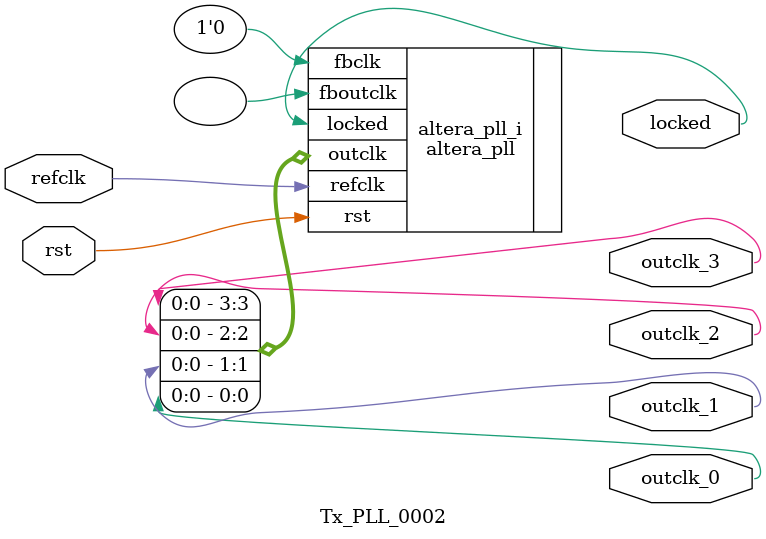
<source format=v>
`timescale 1ns/10ps
module  Tx_PLL_0002(

	// interface 'refclk'
	input wire refclk,

	// interface 'reset'
	input wire rst,

	// interface 'outclk0'
	output wire outclk_0,

	// interface 'outclk1'
	output wire outclk_1,

	// interface 'outclk2'
	output wire outclk_2,

	// interface 'outclk3'
	output wire outclk_3,

	// interface 'locked'
	output wire locked
);

	altera_pll #(
		.fractional_vco_multiplier("true"),
		.reference_clock_frequency("50.0 MHz"),
		.operation_mode("direct"),
		.number_of_clocks(4),
		.output_clock_frequency0("180.633600 MHz"),
		.phase_shift0("0 ps"),
		.duty_cycle0(50),
		.output_clock_frequency1("45.158400 MHz"),
		.phase_shift1("0 ps"),
		.duty_cycle1(50),
		.output_clock_frequency2("5.644800 MHz"),
		.phase_shift2("0 ps"),
		.duty_cycle2(50),
		.output_clock_frequency3("1.411200 MHz"),
		.phase_shift3("0 ps"),
		.duty_cycle3(50),
		.output_clock_frequency4("0 MHz"),
		.phase_shift4("0 ps"),
		.duty_cycle4(50),
		.output_clock_frequency5("0 MHz"),
		.phase_shift5("0 ps"),
		.duty_cycle5(50),
		.output_clock_frequency6("0 MHz"),
		.phase_shift6("0 ps"),
		.duty_cycle6(50),
		.output_clock_frequency7("0 MHz"),
		.phase_shift7("0 ps"),
		.duty_cycle7(50),
		.output_clock_frequency8("0 MHz"),
		.phase_shift8("0 ps"),
		.duty_cycle8(50),
		.output_clock_frequency9("0 MHz"),
		.phase_shift9("0 ps"),
		.duty_cycle9(50),
		.output_clock_frequency10("0 MHz"),
		.phase_shift10("0 ps"),
		.duty_cycle10(50),
		.output_clock_frequency11("0 MHz"),
		.phase_shift11("0 ps"),
		.duty_cycle11(50),
		.output_clock_frequency12("0 MHz"),
		.phase_shift12("0 ps"),
		.duty_cycle12(50),
		.output_clock_frequency13("0 MHz"),
		.phase_shift13("0 ps"),
		.duty_cycle13(50),
		.output_clock_frequency14("0 MHz"),
		.phase_shift14("0 ps"),
		.duty_cycle14(50),
		.output_clock_frequency15("0 MHz"),
		.phase_shift15("0 ps"),
		.duty_cycle15(50),
		.output_clock_frequency16("0 MHz"),
		.phase_shift16("0 ps"),
		.duty_cycle16(50),
		.output_clock_frequency17("0 MHz"),
		.phase_shift17("0 ps"),
		.duty_cycle17(50),
		.pll_type("General"),
		.pll_subtype("General")
	) altera_pll_i (
		.rst	(rst),
		.outclk	({outclk_3, outclk_2, outclk_1, outclk_0}),
		.locked	(locked),
		.fboutclk	( ),
		.fbclk	(1'b0),
		.refclk	(refclk)
	);
endmodule


</source>
